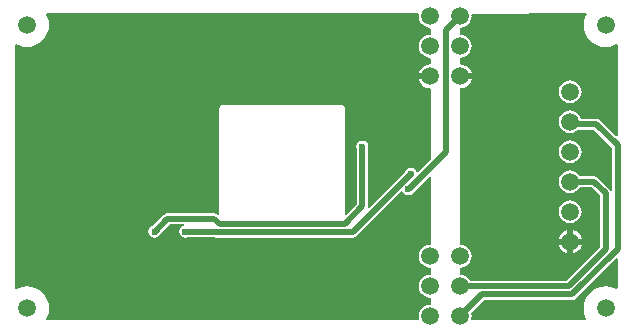
<source format=gbl>
G04*
G04 #@! TF.GenerationSoftware,Altium Limited,Altium Designer,19.1.8 (144)*
G04*
G04 Layer_Physical_Order=2*
G04 Layer_Color=16711680*
%FSLAX25Y25*%
%MOIN*%
G70*
G01*
G75*
%ADD24C,0.01968*%
%ADD26C,0.05906*%
%ADD27C,0.02362*%
G36*
X142066Y110236D02*
X142504Y109736D01*
X142435Y109213D01*
X142564Y108233D01*
X142943Y107320D01*
X143544Y106536D01*
X144328Y105935D01*
X145241Y105556D01*
X146221Y105428D01*
X146270Y105434D01*
X146646Y105104D01*
X146641Y103321D01*
X146265Y102992D01*
X146221Y102998D01*
X145241Y102869D01*
X144328Y102491D01*
X143544Y101889D01*
X142943Y101105D01*
X142564Y100192D01*
X142435Y99213D01*
X142564Y98233D01*
X142943Y97320D01*
X143544Y96536D01*
X144328Y95935D01*
X145241Y95556D01*
X146221Y95428D01*
X146243Y95430D01*
X146619Y95100D01*
X146615Y93526D01*
X146238Y93197D01*
X146221Y93199D01*
X145189Y93064D01*
X144227Y92665D01*
X143401Y92032D01*
X142768Y91206D01*
X142369Y90245D01*
X142365Y90213D01*
X146221D01*
Y88213D01*
X142365D01*
X142369Y88181D01*
X142768Y87219D01*
X143401Y86393D01*
X144227Y85760D01*
X145189Y85362D01*
X146221Y85226D01*
X146591Y84899D01*
X146529Y61584D01*
X142134Y57190D01*
X141656Y57335D01*
X141630Y57466D01*
X141192Y58121D01*
X140537Y58559D01*
X139764Y58713D01*
X138991Y58559D01*
X138336Y58121D01*
X137898Y57466D01*
X137847Y57212D01*
X125805Y45170D01*
X125345Y45417D01*
X125441Y45902D01*
X125441Y45902D01*
Y64905D01*
X125488Y64975D01*
X125642Y65748D01*
X125488Y66521D01*
X125050Y67176D01*
X124395Y67614D01*
X123622Y67768D01*
X122849Y67614D01*
X122194Y67176D01*
X121756Y66521D01*
X121602Y65748D01*
X121756Y64975D01*
X121803Y64905D01*
Y46655D01*
X118207Y43059D01*
X117745Y43251D01*
Y78740D01*
X117683Y79052D01*
X117506Y79317D01*
X117241Y79494D01*
X116929Y79556D01*
X76772D01*
X76459Y79494D01*
X76195Y79317D01*
X76018Y79052D01*
X75956Y78740D01*
Y43243D01*
X75456Y43056D01*
X74991Y43367D01*
X74295Y43505D01*
X74295Y43505D01*
X58615D01*
X57919Y43367D01*
X57329Y42972D01*
X57329Y42972D01*
X53641Y39284D01*
X53558Y39268D01*
X52902Y38830D01*
X52465Y38175D01*
X52311Y37402D01*
X52465Y36629D01*
X52902Y35973D01*
X53558Y35535D01*
X54331Y35382D01*
X55104Y35535D01*
X55759Y35973D01*
X56197Y36629D01*
X56213Y36711D01*
X59368Y39867D01*
X64242D01*
X64291Y39367D01*
X63794Y39268D01*
X63139Y38830D01*
X62701Y38175D01*
X62547Y37402D01*
X62701Y36629D01*
X63139Y35973D01*
X63794Y35535D01*
X64567Y35382D01*
X65340Y35535D01*
X65410Y35582D01*
X74065D01*
X74190Y35499D01*
X74886Y35360D01*
X120387D01*
X120387Y35360D01*
X121084Y35499D01*
X121674Y35893D01*
X136630Y50849D01*
X137182Y50694D01*
X137548Y50147D01*
X138203Y49709D01*
X138976Y49555D01*
X139749Y49709D01*
X140405Y50147D01*
X140762Y50681D01*
X142434Y52353D01*
X142463Y52372D01*
X146052Y55961D01*
X146513Y55769D01*
X146453Y33201D01*
X146221Y32998D01*
X145241Y32869D01*
X144328Y32491D01*
X143544Y31889D01*
X142943Y31105D01*
X142564Y30192D01*
X142435Y29213D01*
X142564Y28233D01*
X142943Y27320D01*
X143544Y26536D01*
X144328Y25935D01*
X145241Y25556D01*
X146221Y25427D01*
X146431Y25242D01*
X146426Y23177D01*
X146221Y22998D01*
X145241Y22869D01*
X144328Y22491D01*
X143544Y21889D01*
X142943Y21105D01*
X142564Y20192D01*
X142435Y19213D01*
X142564Y18233D01*
X142943Y17320D01*
X143544Y16536D01*
X144328Y15935D01*
X145241Y15556D01*
X146221Y15428D01*
X146405Y15266D01*
X146399Y13154D01*
X146221Y12998D01*
X145241Y12869D01*
X144328Y12491D01*
X143544Y11889D01*
X142943Y11105D01*
X142564Y10192D01*
X142435Y9213D01*
X142546Y8374D01*
X142238Y7874D01*
X18466D01*
X18209Y8303D01*
X18584Y9005D01*
X19002Y10381D01*
X19142Y11811D01*
X19002Y13241D01*
X18584Y14617D01*
X17907Y15884D01*
X16995Y16995D01*
X15884Y17907D01*
X14617Y18584D01*
X13241Y19002D01*
X11811Y19142D01*
X10381Y19002D01*
X9005Y18584D01*
X8303Y18209D01*
X7874Y18466D01*
Y99644D01*
X8303Y99901D01*
X9005Y99526D01*
X10381Y99109D01*
X11811Y98968D01*
X13241Y99109D01*
X14617Y99526D01*
X15884Y100203D01*
X16995Y101115D01*
X17907Y102226D01*
X18584Y103494D01*
X19002Y104869D01*
X19142Y106299D01*
X19002Y107729D01*
X18584Y109105D01*
X18209Y109807D01*
X18466Y110236D01*
X142066Y110236D01*
D02*
G37*
G36*
X198368Y109885D02*
X197951Y109105D01*
X197534Y107729D01*
X197393Y106299D01*
X197534Y104869D01*
X197951Y103494D01*
X198629Y102226D01*
X199540Y101115D01*
X200651Y100203D01*
X201919Y99526D01*
X203294Y99109D01*
X204724Y98968D01*
X206155Y99109D01*
X207530Y99526D01*
X208232Y99901D01*
X208661Y99644D01*
X208661Y69407D01*
X208200Y69216D01*
X202901Y74515D01*
X202310Y74909D01*
X201614Y75048D01*
X201614Y75048D01*
X196564D01*
X196191Y75948D01*
X195590Y76732D01*
X194806Y77333D01*
X193893Y77711D01*
X192913Y77840D01*
X191934Y77711D01*
X191021Y77333D01*
X190237Y76732D01*
X189635Y75948D01*
X189257Y75035D01*
X189128Y74055D01*
X189257Y73075D01*
X189635Y72162D01*
X190237Y71379D01*
X191021Y70777D01*
X191934Y70399D01*
X192913Y70270D01*
X193893Y70399D01*
X194806Y70777D01*
X195590Y71379D01*
X195613Y71409D01*
X200861D01*
X206842Y65428D01*
Y50992D01*
X206815Y50981D01*
X206342Y50908D01*
X206011Y51405D01*
X206011Y51405D01*
X202074Y55342D01*
X201484Y55736D01*
X200787Y55874D01*
X200787Y55874D01*
X196222D01*
X196191Y55948D01*
X195590Y56732D01*
X194806Y57333D01*
X193893Y57711D01*
X192913Y57840D01*
X191934Y57711D01*
X191021Y57333D01*
X190237Y56732D01*
X189635Y55948D01*
X189257Y55035D01*
X189128Y54055D01*
X189257Y53075D01*
X189635Y52162D01*
X190237Y51379D01*
X191021Y50777D01*
X191934Y50399D01*
X192913Y50270D01*
X193893Y50399D01*
X194806Y50777D01*
X195590Y51379D01*
X196191Y52162D01*
X196222Y52236D01*
X200034D01*
X202905Y49365D01*
Y32250D01*
X191687Y21032D01*
X159529D01*
X159499Y21105D01*
X158897Y21889D01*
X158113Y22491D01*
X157200Y22869D01*
X156299Y22987D01*
Y25438D01*
X157200Y25556D01*
X158113Y25935D01*
X158897Y26536D01*
X159499Y27320D01*
X159877Y28233D01*
X160006Y29213D01*
X159877Y30192D01*
X159499Y31105D01*
X158897Y31889D01*
X158113Y32491D01*
X157200Y32869D01*
X156299Y32987D01*
Y85236D01*
X157252Y85362D01*
X158214Y85760D01*
X159040Y86393D01*
X159673Y87219D01*
X160072Y88181D01*
X160076Y88213D01*
X156220D01*
Y90213D01*
X160076D01*
X160072Y90245D01*
X159673Y91206D01*
X159040Y92032D01*
X158214Y92665D01*
X157252Y93064D01*
X156299Y93189D01*
Y95438D01*
X157200Y95556D01*
X158113Y95935D01*
X158897Y96536D01*
X159499Y97320D01*
X159877Y98233D01*
X160006Y99213D01*
X159877Y100192D01*
X159499Y101105D01*
X158897Y101889D01*
X158113Y102491D01*
X157200Y102869D01*
X156299Y102987D01*
Y105438D01*
X157200Y105556D01*
X158113Y105935D01*
X158897Y106536D01*
X159499Y107320D01*
X159877Y108233D01*
X160006Y109213D01*
X159940Y109714D01*
X160268Y110091D01*
X198110Y110313D01*
X198368Y109885D01*
D02*
G37*
G36*
X208661Y28270D02*
X208661Y18466D01*
X208233Y18209D01*
X207530Y18584D01*
X206155Y19002D01*
X204724Y19142D01*
X203294Y19002D01*
X201919Y18584D01*
X200651Y17907D01*
X199540Y16995D01*
X198629Y15884D01*
X197951Y14617D01*
X197534Y13241D01*
X197393Y11811D01*
X197534Y10381D01*
X197951Y9005D01*
X198327Y8303D01*
X198070Y7874D01*
X160203Y7874D01*
X159895Y8374D01*
X160006Y9213D01*
X159877Y10192D01*
X159846Y10266D01*
X164206Y14625D01*
X193609D01*
X193609Y14625D01*
X194306Y14763D01*
X194896Y15158D01*
X208200Y28461D01*
X208661Y28270D01*
D02*
G37*
%LPC*%
G36*
X192913Y87840D02*
X191934Y87711D01*
X191021Y87333D01*
X190237Y86732D01*
X189635Y85948D01*
X189257Y85035D01*
X189128Y84055D01*
X189257Y83075D01*
X189635Y82162D01*
X190237Y81379D01*
X191021Y80777D01*
X191934Y80399D01*
X192913Y80270D01*
X193893Y80399D01*
X194806Y80777D01*
X195590Y81379D01*
X196191Y82162D01*
X196570Y83075D01*
X196698Y84055D01*
X196570Y85035D01*
X196191Y85948D01*
X195590Y86732D01*
X194806Y87333D01*
X193893Y87711D01*
X192913Y87840D01*
D02*
G37*
G36*
Y67840D02*
X191934Y67711D01*
X191021Y67333D01*
X190237Y66732D01*
X189635Y65948D01*
X189257Y65035D01*
X189128Y64055D01*
X189257Y63076D01*
X189635Y62163D01*
X190237Y61379D01*
X191021Y60777D01*
X191934Y60399D01*
X192913Y60270D01*
X193893Y60399D01*
X194806Y60777D01*
X195590Y61379D01*
X196191Y62163D01*
X196570Y63076D01*
X196698Y64055D01*
X196570Y65035D01*
X196191Y65948D01*
X195590Y66732D01*
X194806Y67333D01*
X193893Y67711D01*
X192913Y67840D01*
D02*
G37*
G36*
Y47840D02*
X191934Y47711D01*
X191021Y47333D01*
X190237Y46732D01*
X189635Y45948D01*
X189257Y45035D01*
X189128Y44055D01*
X189257Y43075D01*
X189635Y42162D01*
X190237Y41379D01*
X191021Y40777D01*
X191934Y40399D01*
X192913Y40270D01*
X193893Y40399D01*
X194806Y40777D01*
X195590Y41379D01*
X196191Y42162D01*
X196570Y43075D01*
X196698Y44055D01*
X196570Y45035D01*
X196191Y45948D01*
X195590Y46732D01*
X194806Y47333D01*
X193893Y47711D01*
X192913Y47840D01*
D02*
G37*
G36*
X193913Y37910D02*
Y35055D01*
X196769D01*
X196764Y35087D01*
X196366Y36049D01*
X195732Y36874D01*
X194907Y37508D01*
X193945Y37906D01*
X193913Y37910D01*
D02*
G37*
G36*
X191913D02*
X191882Y37906D01*
X190920Y37508D01*
X190094Y36874D01*
X189461Y36049D01*
X189062Y35087D01*
X189058Y35055D01*
X191913D01*
Y37910D01*
D02*
G37*
G36*
X196769Y33055D02*
X193913D01*
Y30200D01*
X193945Y30204D01*
X194907Y30602D01*
X195732Y31236D01*
X196366Y32062D01*
X196764Y33023D01*
X196769Y33055D01*
D02*
G37*
G36*
X191913D02*
X189058D01*
X189062Y33023D01*
X189461Y32062D01*
X190094Y31236D01*
X190920Y30602D01*
X191882Y30204D01*
X191913Y30200D01*
Y33055D01*
D02*
G37*
%LPD*%
D24*
X192913Y73228D02*
X201614D01*
X208661Y66181D01*
Y31496D02*
Y66181D01*
X193609Y16444D02*
X208661Y31496D01*
X163452Y16444D02*
X193609D01*
X200787Y54055D02*
X204724Y50118D01*
Y31496D02*
Y50118D01*
X192441Y19213D02*
X204724Y31496D01*
X156220Y19213D02*
X192441D01*
X74886Y37179D02*
X120387D01*
X74664Y37402D02*
X74886Y37179D01*
X64567Y37402D02*
X74664D01*
X141176Y53659D02*
X151484Y63966D01*
X141167Y53659D02*
X141176D01*
X139083Y51575D02*
X141167Y53659D01*
X138976Y51575D02*
X139083D01*
X192913Y54055D02*
X200787D01*
X151484Y63966D02*
Y104476D01*
X156220Y109213D01*
X117668Y39948D02*
X123622Y45902D01*
Y65748D01*
X120387Y37179D02*
X139635Y56427D01*
X156220Y9213D02*
X163452Y16444D01*
X58615Y41686D02*
X74295D01*
X54331Y37402D02*
X58615Y41686D01*
X74295D02*
X76033Y39948D01*
X117668D01*
D26*
X204724Y11811D02*
D03*
Y106299D02*
D03*
X11811D02*
D03*
X156220Y89213D02*
D03*
X146221D02*
D03*
X192913Y84055D02*
D03*
Y74055D02*
D03*
Y64055D02*
D03*
Y54055D02*
D03*
Y44055D02*
D03*
Y34055D02*
D03*
X156220Y29213D02*
D03*
X146221D02*
D03*
X156220Y109213D02*
D03*
X146221D02*
D03*
X156220Y9213D02*
D03*
X146221D02*
D03*
X156220Y19213D02*
D03*
X146221D02*
D03*
X156220Y99213D02*
D03*
X146221D02*
D03*
X11811Y11811D02*
D03*
D27*
X168898Y80709D02*
D03*
X123622Y76378D02*
D03*
Y65748D02*
D03*
X138976Y51575D02*
D03*
X139764Y56693D02*
D03*
X48819Y79921D02*
D03*
X54331Y37402D02*
D03*
X64567D02*
D03*
M02*

</source>
